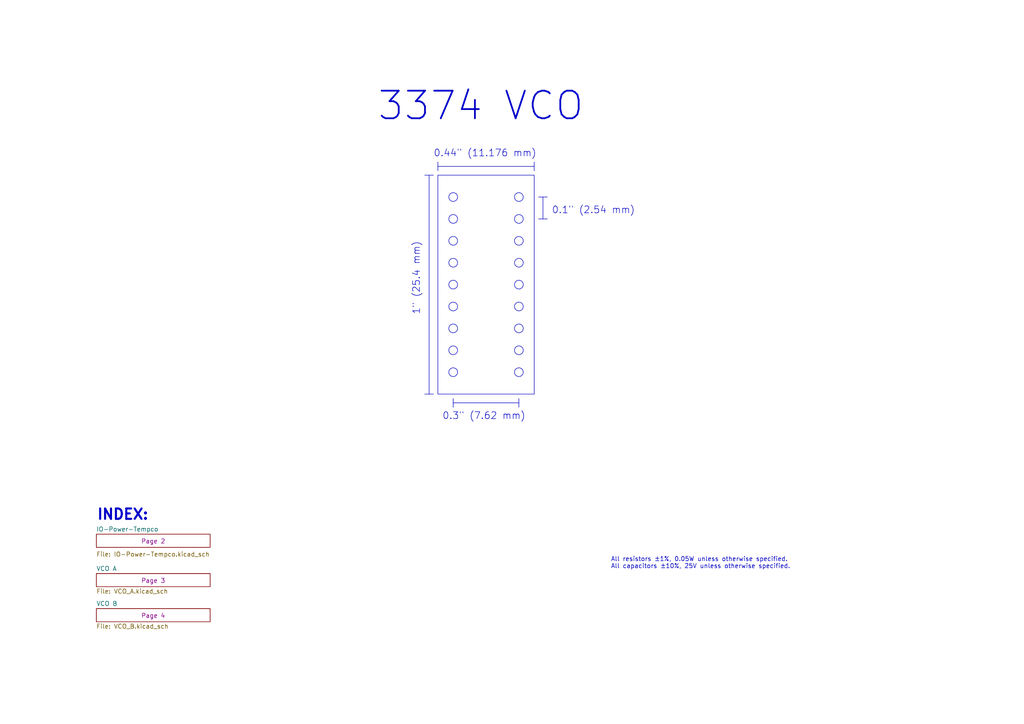
<source format=kicad_sch>
(kicad_sch
	(version 20231120)
	(generator "eeschema")
	(generator_version "8.0")
	(uuid "331432f7-2458-4bbc-aee9-1ca040c8d6f7")
	(paper "A4")
	(title_block
		(title "3374 VCO")
		(date "2024-12-12")
		(rev "1")
		(company "Alan Boguslawski")
	)
	(lib_symbols)
	(polyline
		(pts
			(xy 150.495 115.57) (xy 150.495 118.11)
		)
		(stroke
			(width 0)
			(type default)
		)
		(uuid "0f4d8406-366b-4be1-816e-13c6a664329b")
	)
	(polyline
		(pts
			(xy 127 48.26) (xy 154.94 48.26)
		)
		(stroke
			(width 0)
			(type default)
		)
		(uuid "1fd72d88-2039-4788-b1a1-0d3a34477236")
	)
	(polyline
		(pts
			(xy 123.19 114.3) (xy 125.73 114.3)
		)
		(stroke
			(width 0)
			(type default)
		)
		(uuid "231dde8a-e0ac-491a-9e16-11b377c3c12a")
	)
	(polyline
		(pts
			(xy 127 46.99) (xy 127 49.53)
		)
		(stroke
			(width 0)
			(type default)
		)
		(uuid "5c72b748-96fc-44c5-bf09-5462d36fbf8e")
	)
	(polyline
		(pts
			(xy 123.19 50.8) (xy 125.73 50.8)
		)
		(stroke
			(width 0)
			(type default)
		)
		(uuid "62144ed7-b0aa-489b-a030-f0d334b64079")
	)
	(polyline
		(pts
			(xy 131.445 115.57) (xy 131.445 118.11)
		)
		(stroke
			(width 0)
			(type default)
		)
		(uuid "67a971da-e321-4d9f-888f-d70f46b03c7a")
	)
	(polyline
		(pts
			(xy 157.48 57.15) (xy 157.48 63.5)
		)
		(stroke
			(width 0)
			(type default)
		)
		(uuid "6cb544a5-cf7a-4dbf-844d-73c1adcc15fa")
	)
	(polyline
		(pts
			(xy 156.21 57.15) (xy 158.75 57.15)
		)
		(stroke
			(width 0)
			(type default)
		)
		(uuid "7afb675c-287c-4dad-a049-cc4d05bfbfbf")
	)
	(polyline
		(pts
			(xy 154.94 46.99) (xy 154.94 49.53)
		)
		(stroke
			(width 0)
			(type default)
		)
		(uuid "96b0ab7a-90ff-4ac5-9239-638a2d872b01")
	)
	(polyline
		(pts
			(xy 124.46 50.8) (xy 124.46 114.3)
		)
		(stroke
			(width 0)
			(type default)
		)
		(uuid "9c3449b0-7c71-4145-9183-f5e26e877960")
	)
	(polyline
		(pts
			(xy 156.21 63.5) (xy 158.75 63.5)
		)
		(stroke
			(width 0)
			(type default)
		)
		(uuid "ab179b53-8fde-4c97-af59-5f1faa483ca9")
	)
	(polyline
		(pts
			(xy 131.445 116.84) (xy 150.495 116.84)
		)
		(stroke
			(width 0)
			(type default)
		)
		(uuid "b7aac3d0-68b8-40a5-ae4e-3a2f8ce36b6b")
	)
	(circle
		(center 150.495 95.25)
		(radius 1.27)
		(stroke
			(width 0)
			(type default)
		)
		(fill
			(type none)
		)
		(uuid 0bcfd9a5-3022-4c61-8e20-c1bebcc95f0d)
	)
	(rectangle
		(start 127 50.8)
		(end 154.94 114.3)
		(stroke
			(width 0)
			(type default)
		)
		(fill
			(type none)
		)
		(uuid 1d69d62c-4295-4f71-8f7e-e161d747fea1)
	)
	(circle
		(center 150.495 57.15)
		(radius 1.27)
		(stroke
			(width 0)
			(type default)
		)
		(fill
			(type none)
		)
		(uuid 21604b0b-7128-46f0-9fbe-c19e68f794f0)
	)
	(circle
		(center 150.495 101.6)
		(radius 1.27)
		(stroke
			(width 0)
			(type default)
		)
		(fill
			(type none)
		)
		(uuid 45cb8f4d-c2e5-4cc1-9736-44df8c43ce89)
	)
	(circle
		(center 150.495 63.5)
		(radius 1.27)
		(stroke
			(width 0)
			(type default)
		)
		(fill
			(type none)
		)
		(uuid 53772f41-9b90-4114-bfc1-91e3394ac50b)
	)
	(circle
		(center 131.445 101.6)
		(radius 1.27)
		(stroke
			(width 0)
			(type default)
		)
		(fill
			(type none)
		)
		(uuid 57345156-2ee4-4366-b38a-b8a2ad35cd54)
	)
	(circle
		(center 131.445 69.85)
		(radius 1.27)
		(stroke
			(width 0)
			(type default)
		)
		(fill
			(type none)
		)
		(uuid 60f4fe7b-05a7-4ff5-b40f-97da0e241ffe)
	)
	(circle
		(center 131.445 95.25)
		(radius 1.27)
		(stroke
			(width 0)
			(type default)
		)
		(fill
			(type none)
		)
		(uuid 73cd7a86-d966-4d25-a0af-7ab33356eaa8)
	)
	(circle
		(center 131.445 76.2)
		(radius 1.27)
		(stroke
			(width 0)
			(type default)
		)
		(fill
			(type none)
		)
		(uuid 7eeacf46-aca2-4d58-b722-5478e2605226)
	)
	(circle
		(center 131.445 63.5)
		(radius 1.27)
		(stroke
			(width 0)
			(type default)
		)
		(fill
			(type none)
		)
		(uuid a513a061-b3b3-47f9-a7ae-db527e1ef3d0)
	)
	(circle
		(center 150.495 82.55)
		(radius 1.27)
		(stroke
			(width 0)
			(type default)
		)
		(fill
			(type none)
		)
		(uuid c65de934-7bc7-410e-ae0d-4d0c856ce67c)
	)
	(circle
		(center 150.495 107.95)
		(radius 1.27)
		(stroke
			(width 0)
			(type default)
		)
		(fill
			(type none)
		)
		(uuid dd929f33-c952-4cb1-9ed4-d8005151a711)
	)
	(circle
		(center 131.445 107.95)
		(radius 1.27)
		(stroke
			(width 0)
			(type default)
		)
		(fill
			(type none)
		)
		(uuid e1c62425-6ed6-4a9e-9d01-35ac58c6e423)
	)
	(circle
		(center 150.495 69.85)
		(radius 1.27)
		(stroke
			(width 0)
			(type default)
		)
		(fill
			(type none)
		)
		(uuid e6e0056d-a037-4de3-a46f-d922456c3bd7)
	)
	(circle
		(center 131.445 82.55)
		(radius 1.27)
		(stroke
			(width 0)
			(type default)
		)
		(fill
			(type none)
		)
		(uuid ea750fc0-b763-46ae-8fc6-37be08b32e03)
	)
	(circle
		(center 131.445 88.9)
		(radius 1.27)
		(stroke
			(width 0)
			(type default)
		)
		(fill
			(type none)
		)
		(uuid eeb99471-e059-4532-a42b-6c2f0e611890)
	)
	(circle
		(center 150.495 88.9)
		(radius 1.27)
		(stroke
			(width 0)
			(type default)
		)
		(fill
			(type none)
		)
		(uuid ef0e849c-a628-40f1-87c8-75f84b5f1ce1)
	)
	(circle
		(center 150.495 76.2)
		(radius 1.27)
		(stroke
			(width 0)
			(type default)
		)
		(fill
			(type none)
		)
		(uuid ef77fbf8-c164-4493-93d4-1ee3464e859d)
	)
	(circle
		(center 131.445 57.15)
		(radius 1.27)
		(stroke
			(width 0)
			(type default)
		)
		(fill
			(type none)
		)
		(uuid f2f5b0c8-4072-4dd8-8ebe-af799833aa4d)
	)
	(text "INDEX:"
		(exclude_from_sim no)
		(at 27.94 151.13 0)
		(effects
			(font
				(size 3 3)
				(thickness 0.6)
				(bold yes)
			)
			(justify left bottom)
		)
		(uuid "1f8af7a5-fcee-4b79-a784-1fb9d7a0d01a")
	)
	(text "0.3\" (7.62 mm)"
		(exclude_from_sim no)
		(at 128.27 121.92 0)
		(effects
			(font
				(size 2 2)
			)
			(justify left bottom)
		)
		(uuid "256ebeed-2fc6-42c7-a6dd-4f188aefb6e7")
	)
	(text "All resistors ±1%, 0.05W unless otherwise specified. \nAll capacitors ±10%, 25V unless otherwise specified. "
		(exclude_from_sim no)
		(at 177.165 165.1 0)
		(effects
			(font
				(size 1.27 1.27)
			)
			(justify left bottom)
		)
		(uuid "635ef2f2-bff0-47ee-a9c4-94c157b71bd8")
	)
	(text "0.44\" (11.176 mm)"
		(exclude_from_sim no)
		(at 125.73 45.72 0)
		(effects
			(font
				(size 2 2)
			)
			(justify left bottom)
		)
		(uuid "73d511be-4945-481a-b0d5-ae03d749845e")
	)
	(text "3374 VCO"
		(exclude_from_sim no)
		(at 109.22 35.56 0)
		(effects
			(font
				(size 8 8)
				(thickness 0.508)
				(bold yes)
			)
			(justify left bottom)
		)
		(uuid "8272c23a-0878-4b6a-90db-9e720db7e829")
	)
	(text "1\" (25.4 mm)"
		(exclude_from_sim no)
		(at 121.92 91.44 90)
		(effects
			(font
				(size 2 2)
			)
			(justify left bottom)
		)
		(uuid "a2567e66-a805-4d3d-9e3d-e045fe544b06")
	)
	(text "0.1\" (2.54 mm)"
		(exclude_from_sim no)
		(at 160.02 62.23 0)
		(effects
			(font
				(size 2 2)
			)
			(justify left bottom)
		)
		(uuid "bdc7c94f-24cd-4477-a098-8f16165f6cf2")
	)
	(sheet
		(at 27.94 176.53)
		(size 33.02 3.81)
		(stroke
			(width 0.1524)
			(type solid)
		)
		(fill
			(color 0 0 0 0.0000)
		)
		(uuid "0bc40f39-bfb3-475f-a820-930bfa455a72")
		(property "Sheetname" "VCO B"
			(at 27.94 175.8184 0)
			(effects
				(font
					(size 1.27 1.27)
				)
				(justify left bottom)
			)
		)
		(property "Sheetfile" "VCO_B.kicad_sch"
			(at 27.94 180.9246 0)
			(effects
				(font
					(size 1.27 1.27)
				)
				(justify left top)
			)
		)
		(property "Page" "Page 4"
			(at 44.45 177.8 0)
			(effects
				(font
					(size 1.27 1.27)
				)
				(justify top)
			)
		)
		(instances
			(project "3374_VCO"
				(path "/331432f7-2458-4bbc-aee9-1ca040c8d6f7"
					(page "4")
				)
			)
		)
	)
	(sheet
		(at 27.94 166.37)
		(size 33.02 3.81)
		(stroke
			(width 0.1524)
			(type solid)
		)
		(fill
			(color 0 0 0 0.0000)
		)
		(uuid "6064bcf4-7c44-4e5f-9666-d16283281a5a")
		(property "Sheetname" "VCO A"
			(at 27.94 165.6584 0)
			(effects
				(font
					(size 1.27 1.27)
				)
				(justify left bottom)
			)
		)
		(property "Sheetfile" "VCO_A.kicad_sch"
			(at 27.94 170.7646 0)
			(effects
				(font
					(size 1.27 1.27)
				)
				(justify left top)
			)
		)
		(property "Page" "Page 3"
			(at 44.45 167.64 0)
			(effects
				(font
					(size 1.27 1.27)
				)
				(justify top)
			)
		)
		(instances
			(project "3374_VCO"
				(path "/331432f7-2458-4bbc-aee9-1ca040c8d6f7"
					(page "3")
				)
			)
		)
	)
	(sheet
		(at 27.94 154.94)
		(size 33.02 3.81)
		(stroke
			(width 0.1524)
			(type solid)
		)
		(fill
			(color 0 0 0 0.0000)
		)
		(uuid "a458744d-7128-4a3f-bfdf-3337e27dfdae")
		(property "Sheetname" "IO-Power-Tempco"
			(at 27.94 154.2284 0)
			(effects
				(font
					(size 1.27 1.27)
				)
				(justify left bottom)
			)
		)
		(property "Sheetfile" "IO-Power-Tempco.kicad_sch"
			(at 27.94 160.02 0)
			(effects
				(font
					(size 1.27 1.27)
				)
				(justify left top)
			)
		)
		(property "Page" "Page 2"
			(at 44.45 156.21 0)
			(effects
				(font
					(size 1.27 1.27)
				)
				(justify top)
			)
		)
		(instances
			(project "3374_VCO"
				(path "/331432f7-2458-4bbc-aee9-1ca040c8d6f7"
					(page "2")
				)
			)
		)
	)
	(sheet_instances
		(path "/"
			(page "1")
		)
	)
)

</source>
